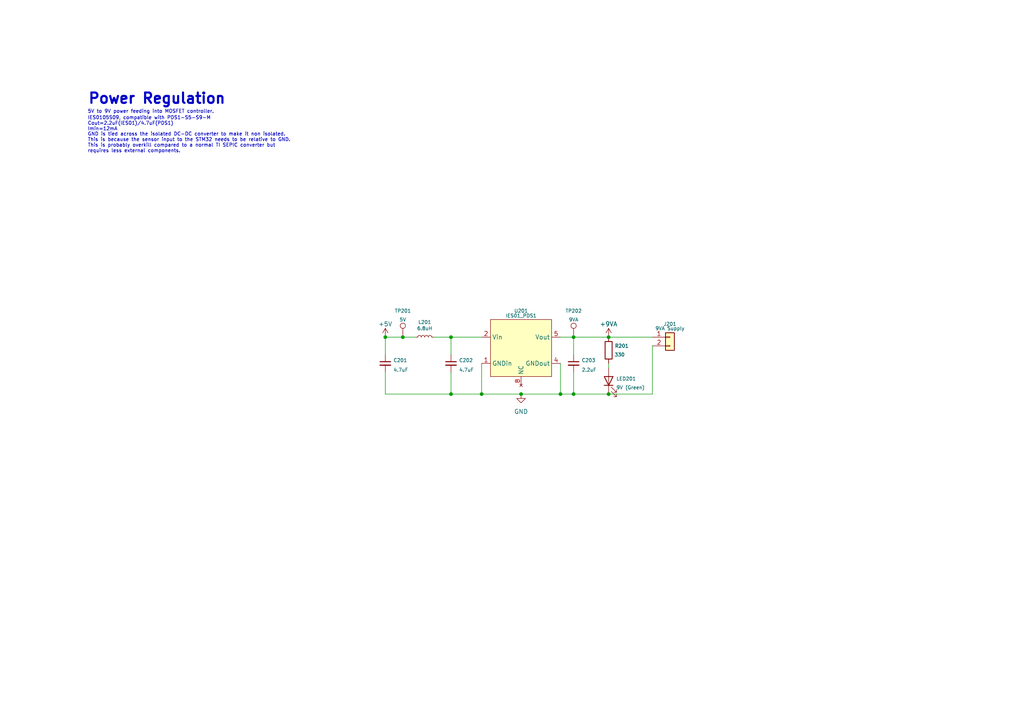
<source format=kicad_sch>
(kicad_sch (version 20230121) (generator eeschema)
  (paper "A4")
  (title_block (title "Curve Tracer") (date "2022-06-05") (rev "1.3.0") (company "Longhorn Racing Solar") (comment 1 "Matthew Yu") (comment 2 "Gary Hallock"))
  (lib_symbols
    (symbol "+5V_1" (power) (pin_names (offset 0))
      (property "Value" "+5V_1" (at 0 3.556 0))
      (symbol "+5V_1_0_1"
        (polyline (pts (xy -0.762 1.27) (xy 0 2.54)))
        (polyline (pts (xy 0 0) (xy 0 2.54)))
        (polyline (pts (xy 0 2.54) (xy 0.762 1.27)))
      )
      (symbol "+5V_1_1_1"
        (pin power_in line (at 0 0 90) (length 0) hide (name "+5V") (number "1"))
      )
    )
    (symbol "+9VA_1" (power) (pin_names (offset 0))
      (property "Value" "+9VA_1" (at 0 3.81 0))
      (symbol "+9VA_1_0_1"
        (polyline (pts (xy -0.762 1.27) (xy 0 2.54)))
        (polyline (pts (xy 0 0) (xy 0 2.54)))
        (polyline (pts (xy 0 2.54) (xy 0.762 1.27)))
      )
      (symbol "+9VA_1_1_1"
        (pin power_in line (at 0 0 90) (length 0) hide (name "+9VA") (number "1"))
      )
    )
    (symbol "Array:IES01_PDS1"
      (property "Reference" "U" (at 0 11.43 0))
      (property "Value" "IES01_PDS1" (at 0 8.89 0))
      (symbol "IES01_PDS1_0_1"
        (rectangle (start -8.89 7.62) (end 8.89 -8.89) (stroke (width 0.1524)) (fill (type background)))
      )
      (symbol "IES01_PDS1_1_1"
        (pin input line (at -11.43 -5.08 0) (length 2.54) (name "GNDin") (number "1"))
        (pin input line (at -11.43 2.54 0) (length 2.54) (name "Vin") (number "2"))
        (pin input line (at 11.43 -5.08 180) (length 2.54) (name "GNDout") (number "4"))
        (pin power_out line (at 11.43 2.54 180) (length 2.54) (name "Vout") (number "5"))
        (pin no_connect line (at 0 -11.43 90) (length 2.54) (name "NC") (number "8"))
      )
    )
    (symbol "Connector:TestPoint" (pin_numbers hide) (pin_names (offset 0.762) hide)
      (property "Reference" "TP" (at 0 6.858 0))
      (property "Value" "TestPoint" (at 0 5.08 0))
      (symbol "TestPoint_0_1"
        (circle (center 0 3.302) (radius 0.762))
      )
      (symbol "TestPoint_1_1"
        (pin passive line (at 0 0 90) (length 2.54) (name "1") (number "1"))
      )
    )
    (symbol "Connector_Generic:Conn_01x02" (pin_names (offset 1.016) hide)
      (property "Reference" "J" (at 0 2.54 0))
      (property "Value" "Conn_01x02" (at 0 -5.08 0))
      (symbol "Conn_01x02_1_1"
        (rectangle (start -1.27 -2.413) (end 0 -2.667) (stroke (width 0.1524)))
        (rectangle (start -1.27 0.127) (end 0 -0.127) (stroke (width 0.1524)))
        (rectangle (start -1.27 1.27) (end 1.27 -3.81) (stroke (width 0.254)) (fill (type background)))
        (pin passive line (at -5.08 0 0) (length 3.81) (name "Pin_1") (number "1"))
        (pin passive line (at -5.08 -2.54 0) (length 3.81) (name "Pin_2") (number "2"))
      )
    )
    (symbol "Device:C_Small" (pin_numbers hide) (pin_names (offset 0.254) hide)
      (property "Reference" "C" (at 0.254 1.778 0))
      (property "Value" "C_Small" (at 0.254 -2.032 0))
      (symbol "C_Small_0_1"
        (polyline (pts (xy -1.524 -0.508) (xy 1.524 -0.508)) (stroke (width 0.3302)))
        (polyline (pts (xy -1.524 0.508) (xy 1.524 0.508)) (stroke (width 0.3048)))
      )
      (symbol "C_Small_1_1"
        (pin passive line (at 0 2.54 270) (length 2.032) (name "~") (number "1"))
        (pin passive line (at 0 -2.54 90) (length 2.032) (name "~") (number "2"))
      )
    )
    (symbol "Device:LED" (pin_numbers hide) (pin_names (offset 1.016) hide)
      (property "Reference" "D" (at 0 2.54 0))
      (property "Value" "LED" (at 0 -2.54 0))
      (symbol "LED_0_1"
        (polyline (pts (xy -1.27 -1.27) (xy -1.27 1.27)) (stroke (width 0.254)))
        (polyline (pts (xy -1.27 0) (xy 1.27 0)))
        (polyline (pts (xy 1.27 -1.27) (xy 1.27 1.27) (xy -1.27 0) (xy 1.27 -1.27)) (stroke (width 0.254)))
        (polyline (pts (xy -3.048 -0.762) (xy -4.572 -2.286) (xy -3.81 -2.286) (xy -4.572 -2.286) (xy -4.572 -1.524)))
        (polyline (pts (xy -1.778 -0.762) (xy -3.302 -2.286) (xy -2.54 -2.286) (xy -3.302 -2.286) (xy -3.302 -1.524)))
      )
      (symbol "LED_1_1"
        (pin passive line (at -3.81 0 0) (length 2.54) (name "K") (number "1"))
        (pin passive line (at 3.81 0 180) (length 2.54) (name "A") (number "2"))
      )
    )
    (symbol "Device:L_Small" (pin_numbers hide) (pin_names (offset 0.254) hide)
      (property "Reference" "L" (at 0.762 1.016 0))
      (property "Value" "L_Small" (at 0.762 -1.016 0))
      (symbol "L_Small_0_1"
        (arc (start 0 -2.032) (mid 0.5058 -1.524) (end 0 -1.016))
        (arc (start 0 -1.016) (mid 0.5058 -0.508) (end 0 0))
        (arc (start 0 0) (mid 0.5058 0.508) (end 0 1.016))
        (arc (start 0 1.016) (mid 0.5058 1.524) (end 0 2.032))
      )
      (symbol "L_Small_1_1"
        (pin passive line (at 0 2.54 270) (length 0.508) (name "~") (number "1"))
        (pin passive line (at 0 -2.54 90) (length 0.508) (name "~") (number "2"))
      )
    )
    (symbol "Device:R" (pin_numbers hide) (pin_names (offset 0))
      (property "Reference" "R" (at 2.032 0 90))
      (property "Value" "R" (at 0 0 90))
      (symbol "R_0_1"
        (rectangle (start -1.016 -2.54) (end 1.016 2.54) (stroke (width 0.254)))
      )
      (symbol "R_1_1"
        (pin passive line (at 0 3.81 270) (length 1.27) (name "~") (number "1"))
        (pin passive line (at 0 -3.81 90) (length 1.27) (name "~") (number "2"))
      )
    )
    (symbol "GND_1" (power) (pin_names (offset 0))
      (property "Value" "GND_1" (at 0 -3.81 0))
      (symbol "GND_1_0_1"
        (polyline (pts (xy 0 0) (xy 0 -1.27) (xy 1.27 -1.27) (xy 0 -2.54) (xy -1.27 -1.27) (xy 0 -1.27)))
      )
      (symbol "GND_1_1_1"
        (pin power_in line (at 0 0 270) (length 0) hide (name "GND") (number "1"))
      )
    )
  )
  (junction (at 139.7 114.3))
  (junction (at 176.53 114.3))
  (junction (at 116.84 97.79))
  (junction (at 166.37 114.3))
  (junction (at 162.56 114.3))
  (junction (at 151.13 114.3))
  (junction (at 130.81 114.3))
  (junction (at 166.37 97.79))
  (junction (at 130.81 97.79))
  (junction (at 111.76 97.79))
  (junction (at 176.53 97.79))
  (wire (pts (xy 176.53 106.68) (xy 176.53 105.41)))
  (wire (pts (xy 166.37 114.3) (xy 162.56 114.3)))
  (wire (pts (xy 125.73 97.79) (xy 130.81 97.79)))
  (wire (pts (xy 130.81 114.3) (xy 111.76 114.3)))
  (wire (pts (xy 166.37 97.79) (xy 176.53 97.79)))
  (wire (pts (xy 189.23 100.33) (xy 189.23 114.3)))
  (wire (pts (xy 116.84 97.79) (xy 111.76 97.79)))
  (wire (pts (xy 130.81 107.95) (xy 130.81 114.3)))
  (wire (pts (xy 166.37 97.79) (xy 166.37 102.87)))
  (wire (pts (xy 130.81 97.79) (xy 130.81 102.87)))
  (wire (pts (xy 162.56 97.79) (xy 166.37 97.79)))
  (wire (pts (xy 162.56 105.41) (xy 162.56 114.3)))
  (wire (pts (xy 189.23 114.3) (xy 176.53 114.3)))
  (wire (pts (xy 139.7 105.41) (xy 139.7 114.3)))
  (wire (pts (xy 111.76 97.79) (xy 111.76 102.87)))
  (wire (pts (xy 166.37 107.95) (xy 166.37 114.3)))
  (wire (pts (xy 166.37 114.3) (xy 176.53 114.3)))
  (wire (pts (xy 139.7 114.3) (xy 130.81 114.3)))
  (wire (pts (xy 111.76 114.3) (xy 111.76 107.95)))
  (wire (pts (xy 139.7 114.3) (xy 151.13 114.3)))
  (wire (pts (xy 130.81 97.79) (xy 139.7 97.79)))
  (wire (pts (xy 116.84 97.79) (xy 120.65 97.79)))
  (wire (pts (xy 176.53 97.79) (xy 189.23 97.79)))
  (wire (pts (xy 151.13 114.3) (xy 162.56 114.3)))
  (text "GND is tied across the isolated DC-DC converter to make it non isolated. \nThis is because the sensor input to the STM32 needs to be relative to GND.\nThis is probably overkill compared to a normal TI SEPIC converter but \nrequires less external components." (at 25.4 44.45 0) (effects (font (size 1 1)) (justify left bottom)))
  (text "IES0105S09, compatible with PDS1-S5-S9-M\nCout=2.2uF(IES01)/4.7uF(PDS1)\nImin=12mA" (at 25.4 38.1 0) (effects (font (size 1 1)) (justify left bottom)))
  (text "Power Regulation" (at 25.4 30.48 0) (effects (font (size 3 3) (thickness 0.6096) bold) (justify left bottom)))
  (text "5V to 9V power feeding into MOSFET controller." (at 25.4 33.02 0) (effects (font (size 1 1)) (justify left bottom)))
  (symbol (lib_id "Device:R") (at 176.53 101.6 0) (unit 1)
    (property "Reference" "R201" (at 180.34 100.33 0) (effects (font (size 1 1))))
    (property "Value" "330" (at 179.705 102.87 0) (effects (font (size 1 1))))
    (property "Footprint" "Resistor_SMD:R_0805_2012Metric" (effects hide))
    (property "Datasheet" "https://datasheet.lcsc.com/lcsc/2205311830_UNI-ROYAL-Uniroyal-Elec-0805W8F3300T5E_C17630.pdf" (effects hide))
    (property "Distributor" "JLCPCB" (effects hide))
    (property "Manufacturer" "UNI-ROYAL(Uniroyal Elec)" (effects hide))
    (property "Cost" "0.0018" (effects hide))
    (property "LCSC Part #" "C17630" (effects hide))
    (property "P/N" "0805W8F3300T5E" (effects hide))
  )
  (symbol (lib_name "+9VA_1") (lib_id "power:+9VA") (at 176.53 97.79 0) (unit 1)
    (property "Reference" "#PWR0206" (effects hide))
    (property "Value" "+9VA" (at 176.53 93.98 0))
  )
  (symbol (lib_id "Device:C_Small") (at 111.76 105.41 0) (unit 1)
    (property "Reference" "C201" (at 114.0841 104.5078 0) (effects (font (size 1 1)) (justify left)))
    (property "Value" "4.7uF" (at 114.0841 107.2829 0) (effects (font (size 1 1)) (justify left)))
    (property "Footprint" "Capacitor_SMD:C_0805_2012Metric" (effects hide))
    (property "Datasheet" "https://datasheet.lcsc.com/lcsc/1810261822_Samsung-Electro-Mechanics-CL21A475KAQNNNE_C1779.pdf" (effects hide))
    (property "Distributor" "JLCPCB" (effects hide))
    (property "Manufacturer" "Samsung Electro-Mechanics" (effects hide))
    (property "Cost" "0.0113" (effects hide))
    (property "LCSC Part #" "C1779" (effects hide))
    (property "P/N" "CL21A475KAQNNNE" (effects hide))
  )
  (symbol (lib_id "Device:C_Small") (at 166.37 105.41 0) (unit 1)
    (property "Reference" "C203" (at 168.6941 104.5078 0) (effects (font (size 1 1)) (justify left)))
    (property "Value" "2.2uF" (at 168.6941 107.2829 0) (effects (font (size 1 1)) (justify left)))
    (property "Footprint" "Capacitor_SMD:C_0805_2012Metric" (effects hide))
    (property "Datasheet" "https://datasheet.lcsc.com/lcsc/1811101411_FH-Guangdong-Fenghua-Advanced-Tech-0805F225M500NT_C49217.pdf" (effects hide))
    (property "Distributor" "JLCPCB" (effects hide))
    (property "Manufacturer" "FH (Guangdong Fenghua Advanced Tech)" (effects hide))
    (property "Cost" "0.0160" (effects hide))
    (property "LCSC Part #" "C49217" (effects hide))
    (property "P/N" "0805F225M500NT" (effects hide))
  )
  (symbol (lib_id "Array:IES01_PDS1") (at 151.13 100.33 0) (unit 1)
    (property "Reference" "U201" (at 151.13 90.17 0) (effects (font (size 1 1))))
    (property "Value" "IES01_PDS1" (at 151.13 91.5694 0) (effects (font (size 1 1))))
    (property "Footprint" "Footprints:IES01_PDS1" (effects hide))
    (property "Datasheet" "https://www.mouser.com/datasheet/2/942/SF_IES01-1666999.pdf" (effects hide))
    (property "Distributor" "Mouser" (effects hide))
    (property "Manufacturer" "XP Power" (effects hide))
    (property "Cost" "2.90" (effects hide))
    (property "P/N" "IES0105S09" (effects hide))
  )
  (symbol (lib_id "Connector:TestPoint") (at 166.37 97.79 0) (unit 1)
    (property "Reference" "TP202" (at 166.37 90.17 0) (effects (font (size 1 1))))
    (property "Value" "9VA" (at 166.37 92.71 0) (effects (font (size 1 1))))
    (property "Footprint" "TestPoint:TestPoint_Pad_1.0x1.0mm" (effects hide))
  )
  (symbol (lib_id "Connector_Generic:Conn_01x02") (at 194.31 97.79 0) (unit 1)
    (property "Reference" "J201" (at 194.31 93.98 0) (effects (font (size 1 1))))
    (property "Value" "9VA Supply" (at 194.31 95.25 0) (effects (font (size 1 1))))
    (property "Footprint" "Connector_Molex:Molex_Micro-Fit_3.0_43650-0215_1x02_P3.00mm_Vertical" (effects hide))
    (property "Datasheet" "https://www.mouser.com/datasheet/2/276/0436500215_PCB_HEADERS-148687.pdf" (effects hide))
    (property "Distributor" "Mouser" (effects hide))
    (property "Manufacturer" "Molex" (effects hide))
    (property "Cost" "0.97" (effects hide))
    (property "P/N" "43650-0215" (effects hide))
  )
  (symbol (lib_id "Connector:TestPoint") (at 116.84 97.79 0) (unit 1)
    (property "Reference" "TP201" (at 116.84 90.17 0) (effects (font (size 1 1))))
    (property "Value" "5V" (at 116.84 92.71 0) (effects (font (size 1 1))))
    (property "Footprint" "TestPoint:TestPoint_Pad_1.0x1.0mm" (effects hide))
  )
  (symbol (lib_id "Device:C_Small") (at 130.81 105.41 0) (unit 1)
    (property "Reference" "C202" (at 133.1341 104.5078 0) (effects (font (size 1 1)) (justify left)))
    (property "Value" "4.7uF" (at 133.1341 107.2829 0) (effects (font (size 1 1)) (justify left)))
    (property "Footprint" "Capacitor_SMD:C_0805_2012Metric" (effects hide))
    (property "Datasheet" "https://datasheet.lcsc.com/lcsc/1810261822_Samsung-Electro-Mechanics-CL21A475KAQNNNE_C1779.pdf" (effects hide))
    (property "Distributor" "JLCPCB" (effects hide))
    (property "Manufacturer" "Samsung Electro-Mechanics" (effects hide))
    (property "Cost" "0.0113" (effects hide))
    (property "LCSC Part #" "C1779" (effects hide))
    (property "P/N" "CL21A475KAQNNNE" (effects hide))
  )
  (symbol (lib_name "GND_1") (lib_id "power:GND") (at 151.13 114.3 0) (unit 1)
    (property "Reference" "#PWR0205" (effects hide))
    (property "Value" "GND" (at 151.13 119.38 0))
  )
  (symbol (lib_name "+5V_1") (lib_id "power:+5V") (at 111.76 97.79 0) (unit 1)
    (property "Reference" "#PWR0204" (effects hide))
    (property "Value" "+5V" (at 111.76 93.98 0))
  )
  (symbol (lib_id "Device:L_Small") (at 123.19 97.79 90) (unit 1)
    (property "Reference" "L201" (at 123.19 93.4425 90) (effects (font (size 1 1))))
    (property "Value" "6.8uH" (at 123.19 95.25 90) (effects (font (size 1 1))))
    (property "Footprint" "Inductor_SMD:L_Taiyo-Yuden_NR-50xx" (effects hide))
    (property "Datasheet" "https://www.mouser.com/datasheet/2/396/wound04_e-1290968.pdf" (effects hide))
    (property "Distributor" "Mouser" (effects hide))
    (property "Manufacturer" "Taiyo Yuden" (effects hide))
    (property "Cost" "0.33" (effects hide))
    (property "P/N" "NRS5040T6R8MMGJ" (effects hide))
  )
  (symbol (lib_id "Device:LED") (at 176.53 110.49 90) (unit 1)
    (property "Reference" "LED201" (at 181.61 109.855 90) (effects (font (size 1 1))))
    (property "Value" "9V (Green)" (at 182.88 112.395 90) (effects (font (size 1 1))))
    (property "Footprint" "LED_SMD:LED_0805_2012Metric" (effects hide))
    (property "Datasheet" "https://www.mouser.com/datasheet/2/216/APTD2012LCGCK-1102037.pdf" (effects hide))
    (property "Distributor" "Mouser" (effects hide))
    (property "Manufacturer" "Kingbright" (effects hide))
    (property "Cost" "0.40" (effects hide))
    (property "P/N" "APTD2012LCGCK" (effects hide))
  )
)
</source>
